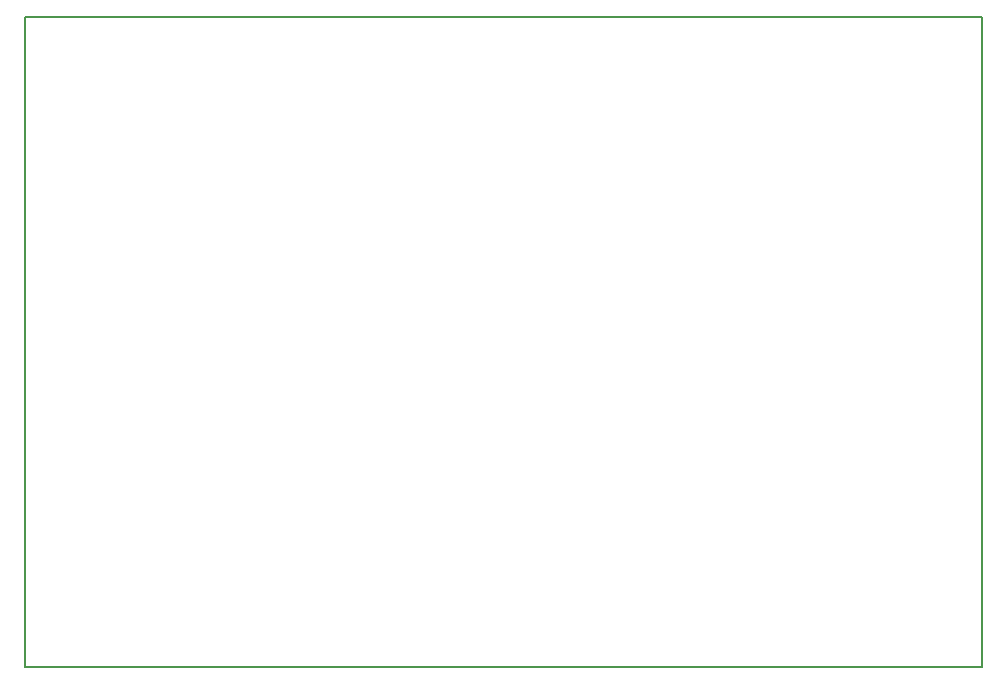
<source format=gm1>
G04 #@! TF.FileFunction,Profile,NP*
%FSLAX46Y46*%
G04 Gerber Fmt 4.6, Leading zero omitted, Abs format (unit mm)*
G04 Created by KiCad (PCBNEW (2015-09-15 BZR 6201)-product) date tor 18 feb 2016 10:56:40*
%MOMM*%
G01*
G04 APERTURE LIST*
%ADD10C,0.100000*%
%ADD11C,0.150000*%
G04 APERTURE END LIST*
D10*
D11*
X183500000Y-72000000D02*
X102500000Y-72000000D01*
X183500000Y-127000000D02*
X183500000Y-72000000D01*
X182500000Y-127000000D02*
X183500000Y-127000000D01*
X102500000Y-127000000D02*
X182500000Y-127000000D01*
X102500000Y-72000000D02*
X102500000Y-127000000D01*
M02*

</source>
